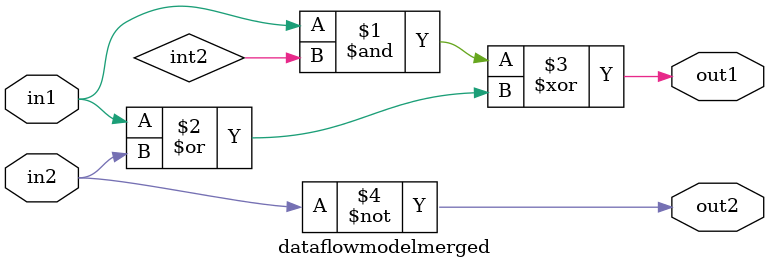
<source format=v>
module dataflowmodelmerged (out1, out2, in1, in2);
input in1, in2;
output out1, out2;

wire and_out, or_out;


assign out1= (in1 & int2) ^ (in1 | in2);
assign out2=~in2;

endmodule
</source>
